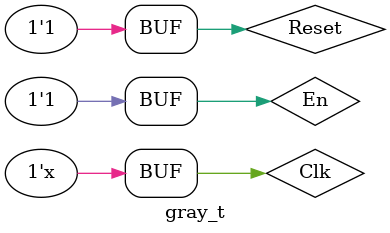
<source format=v>
`timescale 1ns / 1ps


module gray_t;

	// Inputs
	reg Clk;
	reg Reset;
	reg En;

	// Outputs
	wire [2:0] Output;
	wire Overflow;

	// Instantiate the Unit Under Test (UUT)
	gray uut (
		.Clk(Clk), 
		.Reset(Reset), 
		.En(En), 
		.Output(Output), 
		.Overflow(Overflow)
	);

	initial begin
		// Initialize Inputs
		Clk = 0;
		Reset = 0;
		En = 1;

		// Wait 100 ns for global reset to finish
		#100;
		Reset=1;
		// Add stimulus here

	end
      always #5 Clk=~Clk;
endmodule


</source>
